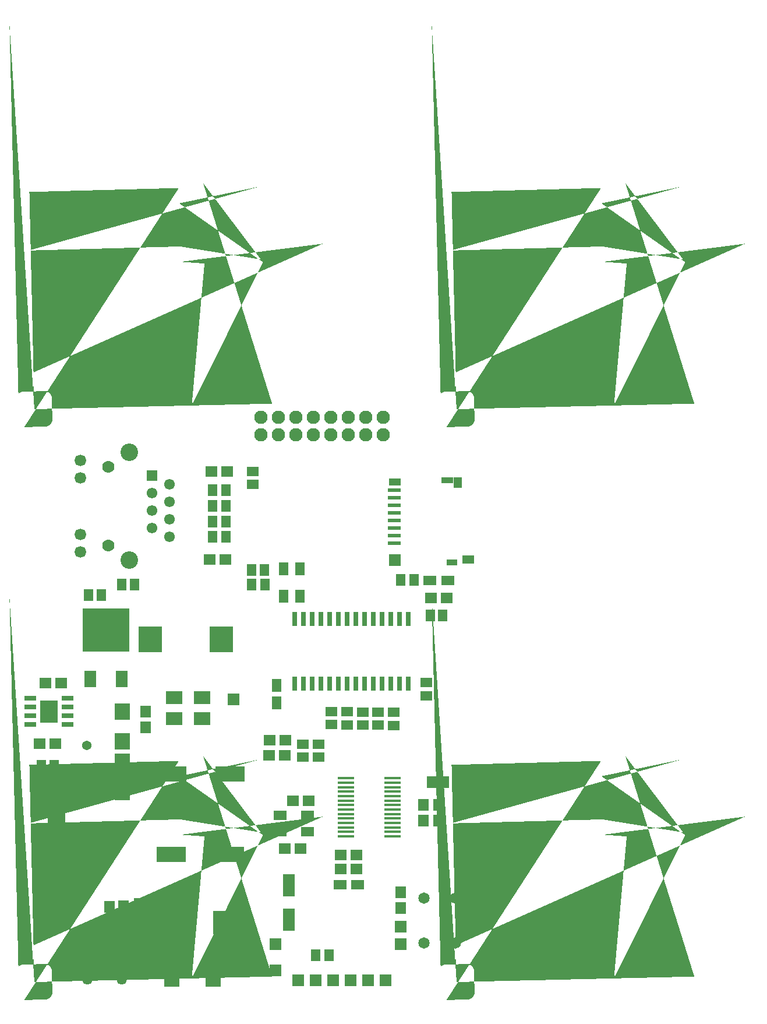
<source format=gbr>
G04 DesignSpark PCB Gerber Version 11.0 Build 5877*
G04 #@! TF.Part,Single*
G04 #@! TF.FileFunction,Soldermask,Top*
G04 #@! TF.FilePolarity,Negative*
%FSLAX35Y35*%
%MOMM*%
G04 #@! TA.AperFunction,SMDPad,CuDef*
%ADD76R,0.70240X2.00240*%
%ADD101R,1.15240X1.60240*%
%ADD103R,1.35240X1.67240*%
%ADD91R,1.35240X1.95240*%
%ADD23R,1.44780X1.67640*%
%ADD80R,1.45240X1.95240*%
%ADD29R,1.54940X1.67640*%
%ADD21R,1.67640X2.43240*%
%ADD77R,1.75240X3.30240*%
%ADD28R,1.90240X3.35240*%
%ADD87R,2.30240X2.35240*%
%ADD92R,2.30240X2.45240*%
%ADD70R,2.55240X3.25240*%
%ADD79R,3.50240X3.75240*%
G04 #@! TA.AperFunction,ComponentPad*
%ADD81R,1.55240X1.55240*%
G04 #@! TA.AperFunction,SMDPad,CuDef*
%ADD97R,1.65240X1.65240*%
G04 #@! TA.AperFunction,ComponentPad*
%ADD88R,1.67640X1.67640*%
%ADD25R,2.55240X2.55240*%
%ADD89C,1.36940*%
%ADD94C,1.46840*%
%ADD82C,1.55240*%
%ADD75C,1.65240*%
%ADD83C,1.68240*%
%ADD84C,1.77740*%
%ADD74C,1.95240*%
G04 #@! TA.AperFunction,SMDPad,CuDef*
%ADD95R,2.45240X0.35240*%
%ADD96R,1.95240X0.60240*%
%ADD19R,1.67740X0.80240*%
%ADD99R,1.55240X0.95240*%
%ADD102R,1.65240X0.95240*%
%ADD98R,1.65240X1.05240*%
%ADD27R,1.90240X1.10240*%
%ADD100R,1.70240X1.15240*%
%ADD85R,1.67240X1.35240*%
%ADD86R,1.95240X1.35240*%
%ADD72R,1.67640X1.44780*%
%ADD73R,1.95240X1.45240*%
%ADD20R,1.67640X1.54940*%
G04 #@! TA.AperFunction,ComponentPad*
%ADD90R,2.18440X1.67640*%
G04 #@! TA.AperFunction,SMDPad,CuDef*
%ADD78R,1.78240X1.68240*%
%ADD24R,2.40240X1.90240*%
%ADD71R,4.30240X2.30240*%
%ADD22R,6.89240X6.38240*%
G04 #@! TA.AperFunction,ComponentPad*
%ADD26C,2.55240*%
%AMT93*0 Rounded Rectangle Pad at angle 0*4,1,76,-1.53140,-2.57620,1.53140,-2.57620,1.62250,-2.57220,1.71290,-2.56030,1.80190,-2.54060,1.88880,-2.51320,1.97300,-2.47830,2.05380,-2.43620,2.13070,-2.38720,2.20300,-2.33170,2.27020,-2.27010,2.33180,-2.20290,2.38730,-2.13060,2.43630,-2.05370,2.47840,-1.97280,2.51330,-1.88860,2.54070,-1.80170,2.56040,-1.71270,2.57230,-1.62230,2.57620,-1.53140,2.57620,1.53140,2.57220,1.62250,2.56030,1.71290,2.54060,1.80190,2.51320,1.88880,2.47830,1.97300,2.43620,2.05380,2.38720,2.13070,2.33170,2.20300,2.27010,2.27020,2.20290,2.33180,2.13060,2.38730,2.05370,2.43630,1.97280,2.47840,1.88860,2.51330,1.80170,2.54070,1.71270,2.56040,1.62230,2.57230,1.53140,2.57620,-1.53140,2.57620,-1.62250,2.57220,-1.71290,2.56030,-1.80190,2.54060,-1.88880,2.51320,-1.97300,2.47830,-2.05380,2.43620,-2.13070,2.38720,-2.20300,2.33170,-2.27020,2.27010,-2.33180,2.20290,-2.38730,2.13060,-2.43630,2.05370,-2.47840,1.97280,-2.51330,1.88860,-2.54070,1.80170,-2.56040,1.71270,-2.57230,1.62230,-2.57620,1.53140,-2.57620,-1.53140,-2.57220,-1.62250,-2.56030,-1.71290,-2.54060,-1.80190,-2.51320,-1.88880,-2.47830,-1.97300,-2.43620,-2.05380,-2.38720,-2.13070,-2.33170,-2.20300,-2.27010,-2.27020,-2.20290,-2.33180,-2.13060,-2.38730,-2.05370,-2.43630,-1.97280,-2.47840,-1.88860,-2.51330,-1.80170,-2.54070,-1.71270,-2.56040,-1.62230,-2.57230,-1.53140,-2.57620,0*%
%ADD93T93*%
G04 #@! TD.AperFunction*
X0Y0D02*
D02*
D19*
X262110Y4055850D03*
Y4182850D03*
Y4309850D03*
Y4436850D03*
X804510Y4055850D03*
Y4182850D03*
Y4309850D03*
Y4436850D03*
D02*
D70*
X533310Y4246350D03*
D02*
D71*
X2305810Y2173630D03*
X2313310Y3341890D03*
X3155810Y2173630D03*
X3163310Y3341890D03*
D02*
D20*
X394010Y3776130D03*
X477050Y4661350D03*
X622610Y3776130D03*
X705650Y4661350D03*
X2864010Y6456630D03*
X2894010Y7734630D03*
X3092610Y6456630D03*
X3122610Y7734630D03*
X3735010Y3612630D03*
X3736010Y3827630D03*
X3963610Y3612630D03*
X3964010Y2256350D03*
X3964610Y3827630D03*
X4079010Y2946350D03*
X4192610Y2256350D03*
X4307610Y2946350D03*
X4774010Y1956130D03*
X4776510Y2163630D03*
X5002610Y1956130D03*
X5005110Y2163630D03*
X6081510Y5896130D03*
X6310110D03*
D02*
D21*
X1129310Y4716470D03*
X1587310D03*
D02*
D22*
X1358310Y5430970D03*
D02*
D23*
X418060Y3243630D03*
X420560Y3453630D03*
X608560Y3243630D03*
X611060Y3453630D03*
X1103060Y5941130D03*
X1293560D03*
X1588060Y6093630D03*
X1778560D03*
X2913060Y6783630D03*
Y7008630D03*
Y7234630D03*
Y7458630D03*
X3103560Y6783630D03*
Y7008630D03*
Y7234630D03*
Y7458630D03*
X3473060Y6306130D03*
X3480560Y6091130D03*
X3663560Y6306130D03*
X3671060Y6091130D03*
X4410560Y703630D03*
X4601060D03*
X5645560Y6158630D03*
X5836060D03*
X6090560Y3216130D03*
X6281060D03*
D02*
D24*
X2353340Y4144390D03*
Y4444390D03*
X2753340Y4144390D03*
Y4444390D03*
D02*
D25*
X638310Y2708630D03*
D02*
D26*
Y1184630D03*
Y1692630D03*
Y2200630D03*
X1701350Y6446350D03*
Y8016350D03*
D02*
D27*
X2381350Y946350D03*
Y1176350D03*
Y1406350D03*
D02*
D28*
X3011350Y1176350D03*
D02*
D29*
X1410810Y1181830D03*
Y1410430D03*
X1616350Y1184330D03*
Y1412930D03*
X1841350Y1222050D03*
Y1450650D03*
X1938310Y4016830D03*
Y4245430D03*
X2083310Y1219330D03*
Y1447930D03*
X5640810Y1389330D03*
Y1617930D03*
X5978310Y2663630D03*
Y2892230D03*
X6195810Y2664330D03*
Y2892930D03*
D02*
D72*
X1943310Y758380D03*
Y948880D03*
X3306350Y731100D03*
Y921600D03*
X4225810Y3580880D03*
Y3771380D03*
X4453310Y3580880D03*
Y3771380D03*
X4635810Y4058380D03*
Y4248880D03*
X4863310Y4050880D03*
Y4241380D03*
X5090810Y4048380D03*
Y4238880D03*
X5318310Y4045880D03*
Y4236380D03*
X5545810Y4043380D03*
Y4233880D03*
X6013310Y4473380D03*
Y4663880D03*
D02*
D73*
X4760810Y1728630D03*
X5020810D03*
X6070810Y6153630D03*
X6330810D03*
D02*
D74*
X3615810Y8268630D03*
Y8522630D03*
X3869810Y8268630D03*
Y8522630D03*
X4123810Y8268630D03*
Y8522630D03*
X4377810Y8268630D03*
Y8522630D03*
X4631810Y8268630D03*
Y8522630D03*
X4885810Y8268630D03*
Y8522630D03*
X5139810Y8268630D03*
Y8522630D03*
X5393810Y8268630D03*
Y8522630D03*
D02*
D75*
X5986350Y881350D03*
Y1531350D03*
X6436350Y881350D03*
Y1531350D03*
D02*
D76*
X4107840Y4651890D03*
Y5586890D03*
X4234840Y4651890D03*
Y5586890D03*
X4361840Y4651890D03*
Y5586890D03*
X4488840Y4651890D03*
Y5586890D03*
X4615840Y4651890D03*
Y5586890D03*
X4742840Y4651890D03*
Y5586890D03*
X4869840Y4651890D03*
Y5586890D03*
X4996840Y4651890D03*
Y5586890D03*
X5123840Y4651890D03*
Y5586890D03*
X5250840Y4651890D03*
Y5586890D03*
X5377840Y4651890D03*
Y5586890D03*
X5504840Y4651890D03*
Y5586890D03*
X5631840Y4651890D03*
Y5586890D03*
X5758840Y4651890D03*
Y5586890D03*
D02*
D77*
X4018310Y1223630D03*
Y1723630D03*
D02*
D78*
X3820810Y489390D03*
Y869390D03*
D02*
D79*
X2006350Y5296890D03*
X3036350D03*
D02*
D80*
X3843310Y4368630D03*
Y4628630D03*
D02*
D81*
X2031350Y7675850D03*
D02*
D82*
Y6913850D03*
Y7167850D03*
Y7421850D03*
X2285350Y6786850D03*
Y7040850D03*
Y7294850D03*
Y7548850D03*
D02*
D83*
X990350Y6567350D03*
Y6821350D03*
Y7641350D03*
Y7895350D03*
D02*
D84*
X1396350Y6659850D03*
Y7802850D03*
D02*
D85*
X3490810Y7548630D03*
Y7733630D03*
D02*
D86*
X3890810Y2501350D03*
Y2741350D03*
X4290810Y2501350D03*
Y2741350D03*
D02*
D87*
X1600310Y3076890D03*
Y3516890D03*
D02*
D88*
X3215840Y4424390D03*
X4151640Y340310D03*
X4409810Y343630D03*
X4663810D03*
X4917810D03*
X5171810D03*
X5425810D03*
X5643310Y866130D03*
Y1120130D03*
D02*
D89*
X1084310Y3244390D03*
Y3752390D03*
D02*
D90*
X2316350Y336350D03*
Y590350D03*
X2916350Y336350D03*
Y590350D03*
D02*
D91*
X3940810Y5918630D03*
Y6318630D03*
X4180810Y5918630D03*
Y6318630D03*
D02*
D92*
X1601310Y3811890D03*
Y4241890D03*
D02*
D93*
X318310Y318630D03*
Y8638630D03*
X6458310Y318630D03*
Y8638630D03*
D02*
D94*
X1088310Y351130D03*
X1593310D03*
D02*
D95*
X4853010Y2433130D03*
Y2498130D03*
Y2563130D03*
Y2628130D03*
Y2693130D03*
Y2758130D03*
Y2823130D03*
Y2888130D03*
Y2953130D03*
Y3018130D03*
Y3083130D03*
Y3148130D03*
Y3213130D03*
Y3278130D03*
X5528610Y2433130D03*
Y2498130D03*
Y2563130D03*
Y2628130D03*
Y2693130D03*
Y2758130D03*
Y2823130D03*
Y2888130D03*
Y2953130D03*
Y3018130D03*
Y3083130D03*
Y3148130D03*
Y3213130D03*
Y3278130D03*
D02*
D96*
X5550810Y6688630D03*
Y6798630D03*
Y6908630D03*
Y7018630D03*
Y7128630D03*
Y7238630D03*
Y7348630D03*
Y7458630D03*
D02*
D97*
X5563310Y6443630D03*
D02*
D98*
Y7578630D03*
D02*
D99*
X6388310Y6408630D03*
D02*
D100*
X6630810Y6453630D03*
D02*
D101*
X6473310Y7571130D03*
D02*
D102*
X6323310Y7603630D03*
D02*
D103*
X6073310Y5643630D03*
X6258310D03*
X0Y0D02*
M02*

</source>
